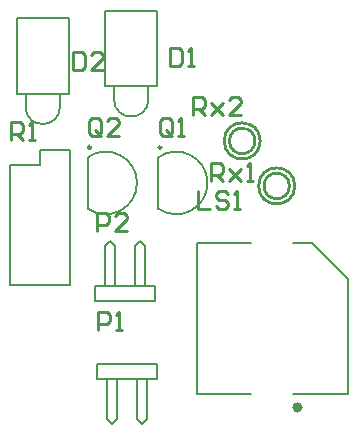
<source format=gto>
G04*
G04 #@! TF.GenerationSoftware,Altium Limited,Altium Designer,21.8.1 (53)*
G04*
G04 Layer_Color=65535*
%FSLAX25Y25*%
%MOIN*%
G70*
G04*
G04 #@! TF.SameCoordinates,09E1DB28-DAEE-4E81-ADDD-69EA7BC9691D*
G04*
G04*
G04 #@! TF.FilePolarity,Positive*
G04*
G01*
G75*
%ADD10C,0.01000*%
%ADD11C,0.00500*%
%ADD12C,0.00984*%
%ADD13C,0.00787*%
%ADD14C,0.01575*%
D10*
X417521Y335500D02*
G03*
X417521Y335500I-6021J0D01*
G01*
X415743D02*
G03*
X415743Y335500I-4243J0D01*
G01*
X406021Y350500D02*
G03*
X406021Y350500I-6021J0D01*
G01*
X404243D02*
G03*
X404243Y350500I-4243J0D01*
G01*
X389502Y337001D02*
Y342999D01*
X392501D01*
X393501Y341999D01*
Y340000D01*
X392501Y339000D01*
X389502D01*
X391502D02*
X393501Y337001D01*
X395500Y341000D02*
X399499Y337001D01*
X397500Y339000D01*
X399499Y341000D01*
X395500Y337001D01*
X401498D02*
X403498D01*
X402498D01*
Y342999D01*
X401498Y341999D01*
X383503Y359001D02*
Y364999D01*
X386502D01*
X387501Y363999D01*
Y362000D01*
X386502Y361000D01*
X383503D01*
X385502D02*
X387501Y359001D01*
X389501Y363000D02*
X393499Y359001D01*
X391500Y361000D01*
X393499Y363000D01*
X389501Y359001D01*
X399497D02*
X395499D01*
X399497Y363000D01*
Y363999D01*
X398498Y364999D01*
X396498D01*
X395499Y363999D01*
X343502Y379999D02*
Y374001D01*
X346501D01*
X347500Y375001D01*
Y378999D01*
X346501Y379999D01*
X343502D01*
X353498Y374001D02*
X349500D01*
X353498Y378000D01*
Y378999D01*
X352499Y379999D01*
X350499D01*
X349500Y378999D01*
X376001Y381499D02*
Y375501D01*
X379000D01*
X380000Y376501D01*
Y380499D01*
X379000Y381499D01*
X376001D01*
X381999Y375501D02*
X383999D01*
X382999D01*
Y381499D01*
X381999Y380499D01*
X353099Y353300D02*
Y357298D01*
X352099Y358298D01*
X350100D01*
X349100Y357298D01*
Y353300D01*
X350100Y352300D01*
X352099D01*
X351099Y354299D02*
X353099Y352300D01*
X352099D02*
X353099Y353300D01*
X359097Y352300D02*
X355098D01*
X359097Y356299D01*
Y357298D01*
X358097Y358298D01*
X356098D01*
X355098Y357298D01*
X376599Y353300D02*
Y357298D01*
X375599Y358298D01*
X373600D01*
X372600Y357298D01*
Y353300D01*
X373600Y352300D01*
X375599D01*
X374599Y354299D02*
X376599Y352300D01*
X375599D02*
X376599Y353300D01*
X378598Y352300D02*
X380597D01*
X379598D01*
Y358298D01*
X378598Y357298D01*
X385400Y333698D02*
Y327700D01*
X389399D01*
X395397Y332698D02*
X394397Y333698D01*
X392398D01*
X391398Y332698D01*
Y331699D01*
X392398Y330699D01*
X394397D01*
X395397Y329699D01*
Y328700D01*
X394397Y327700D01*
X392398D01*
X391398Y328700D01*
X397396Y327700D02*
X399395D01*
X398396D01*
Y333698D01*
X397396Y332698D01*
X352100Y287400D02*
Y293398D01*
X355099D01*
X356099Y292398D01*
Y290399D01*
X355099Y289399D01*
X352100D01*
X358098Y287400D02*
X360097D01*
X359098D01*
Y293398D01*
X358098Y292398D01*
X351600Y320400D02*
Y326398D01*
X354599D01*
X355599Y325398D01*
Y323399D01*
X354599Y322399D01*
X351600D01*
X361597Y320400D02*
X357598D01*
X361597Y324399D01*
Y325398D01*
X360597Y326398D01*
X358598D01*
X357598Y325398D01*
X323100Y350900D02*
Y356898D01*
X326099D01*
X327099Y355898D01*
Y353899D01*
X326099Y352899D01*
X323100D01*
X325099D02*
X327099Y350900D01*
X329098D02*
X331097D01*
X330098D01*
Y356898D01*
X329098Y355898D01*
D11*
X327791Y361846D02*
G03*
X339209Y361846I5709J0D01*
G01*
X357291Y364347D02*
G03*
X368709Y364347I5709J0D01*
G01*
X327791Y361846D02*
Y366177D01*
X339209Y361846D02*
Y366177D01*
X324839D02*
Y391374D01*
Y366177D02*
X342161D01*
Y391374D01*
X324839D02*
X342161D01*
X357291Y364347D02*
Y368677D01*
X368709Y364347D02*
Y368677D01*
X354339D02*
Y393874D01*
Y368677D02*
X371661D01*
Y393874D01*
X354339D02*
X371661D01*
D12*
X349594Y348323D02*
G03*
X349594Y348323I-492J0D01*
G01*
X373095D02*
G03*
X373095Y348323I-492J0D01*
G01*
D13*
X348516Y327954D02*
G03*
X348516Y345046I5984J8546D01*
G01*
X372016Y327954D02*
G03*
X372016Y345046I5984J8546D01*
G01*
X348516Y327954D02*
Y345046D01*
X372016Y327954D02*
Y345046D01*
X417087Y266004D02*
X435197D01*
X384803D02*
X402913D01*
X384803D02*
Y316398D01*
X435197Y266004D02*
Y304587D01*
X423386Y316398D02*
X435197Y304587D01*
X417087Y316398D02*
X423386D01*
X384803D02*
X402913D01*
X351500Y271000D02*
X371500D01*
Y276000D01*
X351500Y271000D02*
Y276000D01*
X371500D01*
X354833Y257667D02*
Y271000D01*
Y257667D02*
X356500Y256000D01*
X358167Y257667D01*
X358167Y257667D02*
Y271000D01*
X364833Y257667D02*
Y271000D01*
Y257667D02*
X366500Y256000D01*
X368167Y257667D01*
Y271000D01*
X351000Y302000D02*
X371000D01*
X351000Y297000D02*
Y302000D01*
X371000Y297000D02*
Y302000D01*
X351000Y297000D02*
X371000D01*
X367667Y302000D02*
Y315333D01*
X366000Y317000D02*
X367667Y315333D01*
X364333D02*
X366000Y317000D01*
X364333Y302000D02*
Y315333D01*
X357667Y302000D02*
Y315333D01*
X356000Y317000D02*
X357667Y315333D01*
X354333D02*
X356000Y317000D01*
X354333Y302000D02*
Y315333D01*
X322500Y302500D02*
Y342500D01*
X332500D01*
Y347500D01*
X342500D01*
Y302500D02*
Y347500D01*
X322500Y302500D02*
X342500D01*
D14*
X419294Y261673D02*
G03*
X419294Y261673I-894J0D01*
G01*
M02*

</source>
